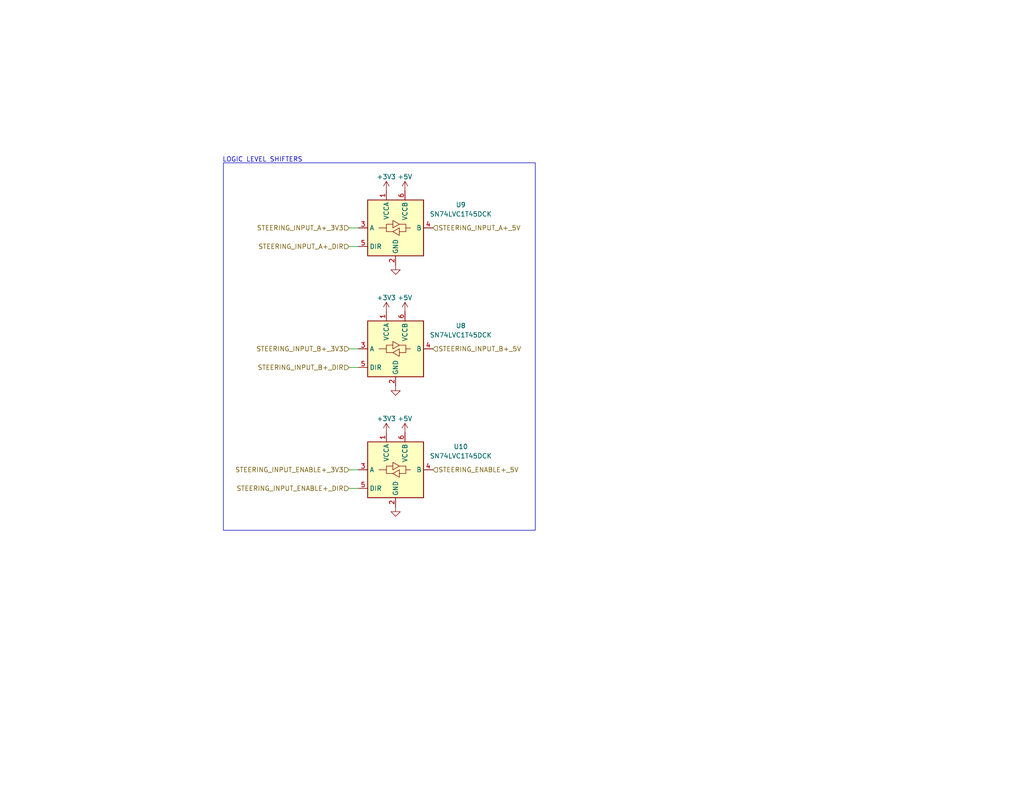
<source format=kicad_sch>
(kicad_sch (version 20231120) (generator "eeschema") (generator_version "8.0")
  (paper "USLetter")
  (title_block (title "AMP PCBv3") (date "2024-04-03") (rev "B") (company "Autonomous Motorsports Purdue"))
  (lib_symbols
    (symbol "Logic_LevelTranslator:SN74LVC1T45DCK"
      (property "Reference" "U" (at -6.35 8.89 0))
      (property "Value" "SN74LVC1T45DCK" (at 3.81 8.89 0))
      (symbol "SN74LVC1T45DCK_0_1"
        (rectangle (start -7.62 7.62) (end 7.62 -7.62) (stroke (width 0.254)) (fill (type background)))
        (polyline (pts (xy -2.54 0) (xy -2.54 1.016) (xy -0.762 1.016)))
        (polyline (pts (xy 2.794 0) (xy 2.794 -1.016) (xy 1.016 -1.016)))
        (polyline (pts (xy -0.762 -1.016) (xy -2.54 -1.016) (xy -2.54 0) (xy -4.572 0)))
        (polyline (pts (xy -0.762 0) (xy -0.762 2.032) (xy 1.016 1.016) (xy -0.762 0)))
        (polyline (pts (xy 1.016 1.016) (xy 2.794 1.016) (xy 2.794 0) (xy 4.064 0)))
        (polyline (pts (xy 1.016 0) (xy 1.016 -1.778) (xy 1.016 -2.032) (xy -0.762 -1.016) (xy 1.016 0)))
      )
      (symbol "SN74LVC1T45DCK_1_1"
        (pin power_in line (at -2.54 10.16 270) (length 2.54) (name "VCCA") (number "1"))
        (pin power_in line (at 0 -10.16 90) (length 2.54) (name "GND") (number "2"))
        (pin bidirectional line (at -10.16 0 0) (length 2.54) (name "A") (number "3"))
        (pin bidirectional line (at 10.16 0 180) (length 2.54) (name "B") (number "4"))
        (pin input line (at -10.16 -5.08 0) (length 2.54) (name "DIR") (number "5"))
        (pin power_in line (at 2.54 10.16 270) (length 2.54) (name "VCCB") (number "6"))
      )
    )
    (symbol "power:+3V3" (power) (pin_names (offset 0))
      (property "Value" "+3V3" (at 0 3.556 0))
      (symbol "+3V3_0_1"
        (polyline (pts (xy -0.762 1.27) (xy 0 2.54)))
        (polyline (pts (xy 0 0) (xy 0 2.54)))
        (polyline (pts (xy 0 2.54) (xy 0.762 1.27)))
      )
      (symbol "+3V3_1_1"
        (pin power_in line (at 0 0 90) (length 0) hide (name "+3V3") (number "1"))
      )
    )
    (symbol "power:+5V" (power) (pin_names (offset 0))
      (property "Value" "+5V" (at 0 3.556 0))
      (symbol "+5V_0_1"
        (polyline (pts (xy -0.762 1.27) (xy 0 2.54)))
        (polyline (pts (xy 0 0) (xy 0 2.54)))
        (polyline (pts (xy 0 2.54) (xy 0.762 1.27)))
      )
      (symbol "+5V_1_1"
        (pin power_in line (at 0 0 90) (length 0) hide (name "+5V") (number "1"))
      )
    )
    (symbol "power:GND" (power) (pin_names (offset 0))
      (property "Value" "GND" (at 0 -3.81 0))
      (symbol "GND_0_1"
        (polyline (pts (xy 0 0) (xy 0 -1.27) (xy 1.27 -1.27) (xy 0 -2.54) (xy -1.27 -1.27) (xy 0 -1.27)))
      )
      (symbol "GND_1_1"
        (pin power_in line (at 0 0 270) (length 0) hide (name "GND") (number "1"))
      )
    )
  )
  (wire (pts (xy 95.25 95.25) (xy 97.79 95.25)))
  (wire (pts (xy 95.25 128.27) (xy 97.79 128.27)))
  (wire (pts (xy 95.25 62.23) (xy 97.79 62.23)))
  (wire (pts (xy 95.25 67.31) (xy 97.79 67.31)))
  (wire (pts (xy 95.25 100.33) (xy 97.79 100.33)))
  (wire (pts (xy 95.25 133.35) (xy 97.79 133.35)))
  (rectangle (start 60.96 44.45) (end 146.05 144.78))
  (text "LOGIC LEVEL SHIFTERS" (at 71.628 43.688 0) (effects (font (size 1.27 1.27))))
  (hierarchical_label "STEERING_INPUT_ENABLE+_DIR" (shape input) (at 95.25 133.35 180))
  (hierarchical_label "STEERING_INPUT_B+_DIR" (shape input) (at 95.25 100.33 180))
  (hierarchical_label "STEERING_ENABLE+_5V" (shape input) (at 118.11 128.27 0))
  (hierarchical_label "STEERING_INPUT_B+_5V" (shape input) (at 118.11 95.25 0))
  (hierarchical_label "STEERING_INPUT_B+_3V3" (shape input) (at 95.25 95.25 180))
  (hierarchical_label "STEERING_INPUT_A+_3V3" (shape input) (at 95.25 62.23 180))
  (hierarchical_label "STEERING_INPUT_A+_DIR" (shape input) (at 95.25 67.31 180))
  (hierarchical_label "STEERING_INPUT_A+_5V" (shape input) (at 118.11 62.23 0))
  (hierarchical_label "STEERING_INPUT_ENABLE+_3V3" (shape input) (at 95.25 128.27 180))
  (symbol (lib_id "power:+3V3") (at 105.41 52.07 0) (unit 1)
    (property "Reference" "#PWR055" (effects (hide yes)))
    (property "Value" "+3V3" (at 105.41 48.26 0))
  )
  (symbol (lib_id "power:GND") (at 107.95 138.43 0) (unit 1)
    (property "Reference" "#PWR083" (effects (hide yes)))
    (property "Value" "GND" (effects (hide yes)))
  )
  (symbol (lib_id "Logic_LevelTranslator:SN74LVC1T45DCK") (at 107.95 95.25 0) (unit 1)
    (property "Reference" "U8" (at 125.73 88.9314 0))
    (property "Value" "SN74LVC1T45DCK" (at 125.73 91.4714 0))
    (property "Footprint" "Package_TO_SOT_SMD:SOT-363_SC-70-6" (effects (hide yes)))
    (property "Datasheet" "http://www.ti.com/lit/ds/symlink/sn74lvc1t45.pdf" (effects (hide yes)))
    (property "Description" "Single-Bit Dual-Supply Bus Transceiver With Configurable Voltage Translation and 3-State Outputs, SOT-363" (effects (hide yes)))
    (property "JLC" "C9382" (effects (hide yes)))
  )
  (symbol (lib_id "power:GND") (at 107.95 105.41 0) (unit 1)
    (property "Reference" "#PWR044" (effects (hide yes)))
    (property "Value" "GND" (effects (hide yes)))
  )
  (symbol (lib_id "power:+5V") (at 110.49 85.09 0) (unit 1)
    (property "Reference" "#PWR056" (effects (hide yes)))
    (property "Value" "+5V" (at 110.49 81.28 0))
  )
  (symbol (lib_id "Logic_LevelTranslator:SN74LVC1T45DCK") (at 107.95 128.27 0) (unit 1)
    (property "Reference" "U10" (at 125.73 121.9514 0))
    (property "Value" "SN74LVC1T45DCK" (at 125.73 124.4914 0))
    (property "Footprint" "Package_TO_SOT_SMD:SOT-363_SC-70-6" (effects (hide yes)))
    (property "Datasheet" "http://www.ti.com/lit/ds/symlink/sn74lvc1t45.pdf" (effects (hide yes)))
    (property "Description" "Single-Bit Dual-Supply Bus Transceiver With Configurable Voltage Translation and 3-State Outputs, SOT-363" (effects (hide yes)))
    (property "JLC" "C9382" (effects (hide yes)))
  )
  (symbol (lib_id "power:+5V") (at 110.49 118.11 0) (unit 1)
    (property "Reference" "#PWR084" (effects (hide yes)))
    (property "Value" "+5V" (at 110.49 114.3 0))
  )
  (symbol (lib_id "power:+3V3") (at 105.41 118.11 0) (unit 1)
    (property "Reference" "#PWR082" (effects (hide yes)))
    (property "Value" "+3V3" (at 105.41 114.3 0))
  )
  (symbol (lib_id "Logic_LevelTranslator:SN74LVC1T45DCK") (at 107.95 62.23 0) (unit 1)
    (property "Reference" "U9" (at 125.73 55.9114 0))
    (property "Value" "SN74LVC1T45DCK" (at 125.73 58.4514 0))
    (property "Footprint" "Package_TO_SOT_SMD:SOT-363_SC-70-6" (effects (hide yes)))
    (property "Datasheet" "http://www.ti.com/lit/ds/symlink/sn74lvc1t45.pdf" (effects (hide yes)))
    (property "Description" "Single-Bit Dual-Supply Bus Transceiver With Configurable Voltage Translation and 3-State Outputs, SOT-363" (effects (hide yes)))
    (property "JLC" "C9382" (effects (hide yes)))
  )
  (symbol (lib_id "power:GND") (at 107.95 72.39 0) (unit 1)
    (property "Reference" "#PWR076" (effects (hide yes)))
    (property "Value" "GND" (effects (hide yes)))
  )
  (symbol (lib_id "power:+5V") (at 110.49 52.07 0) (unit 1)
    (property "Reference" "#PWR079" (effects (hide yes)))
    (property "Value" "+5V" (at 110.49 48.26 0))
  )
  (symbol (lib_id "power:+3V3") (at 105.41 85.09 0) (unit 1)
    (property "Reference" "#PWR028" (effects (hide yes)))
    (property "Value" "+3V3" (at 105.41 81.28 0))
  )
)
</source>
